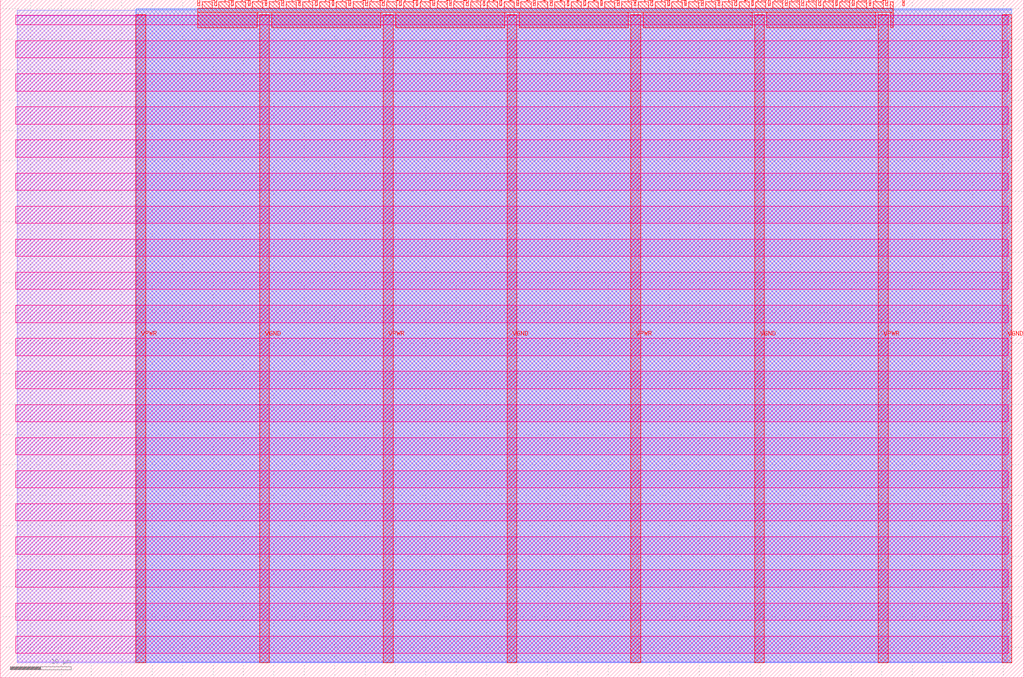
<source format=lef>
VERSION 5.7 ;
  NOWIREEXTENSIONATPIN ON ;
  DIVIDERCHAR "/" ;
  BUSBITCHARS "[]" ;
MACRO tt_um_wokwi_380477805171811329_dup
  CLASS BLOCK ;
  FOREIGN tt_um_wokwi_380477805171811329_dup ;
  ORIGIN 0.000 0.000 ;
  SIZE 168.360 BY 111.520 ;
  PIN VGND
    DIRECTION INOUT ;
    USE GROUND ;
    PORT
      LAYER met4 ;
        RECT 42.670 2.480 44.270 109.040 ;
    END
    PORT
      LAYER met4 ;
        RECT 83.380 2.480 84.980 109.040 ;
    END
    PORT
      LAYER met4 ;
        RECT 124.090 2.480 125.690 109.040 ;
    END
    PORT
      LAYER met4 ;
        RECT 164.800 2.480 166.400 109.040 ;
    END
  END VGND
  PIN VPWR
    DIRECTION INOUT ;
    USE POWER ;
    PORT
      LAYER met4 ;
        RECT 22.315 2.480 23.915 109.040 ;
    END
    PORT
      LAYER met4 ;
        RECT 63.025 2.480 64.625 109.040 ;
    END
    PORT
      LAYER met4 ;
        RECT 103.735 2.480 105.335 109.040 ;
    END
    PORT
      LAYER met4 ;
        RECT 144.445 2.480 146.045 109.040 ;
    END
  END VPWR
  PIN clk
    DIRECTION INPUT ;
    USE SIGNAL ;
    ANTENNAGATEAREA 0.852000 ;
    PORT
      LAYER met4 ;
        RECT 145.670 110.520 145.970 111.520 ;
    END
  END clk
  PIN ena
    DIRECTION INPUT ;
    USE SIGNAL ;
    PORT
      LAYER met4 ;
        RECT 148.430 110.520 148.730 111.520 ;
    END
  END ena
  PIN rst_n
    DIRECTION INPUT ;
    USE SIGNAL ;
    PORT
      LAYER met4 ;
        RECT 142.910 110.520 143.210 111.520 ;
    END
  END rst_n
  PIN ui_in[0]
    DIRECTION INPUT ;
    USE SIGNAL ;
    ANTENNAGATEAREA 0.196500 ;
    PORT
      LAYER met4 ;
        RECT 140.150 110.520 140.450 111.520 ;
    END
  END ui_in[0]
  PIN ui_in[1]
    DIRECTION INPUT ;
    USE SIGNAL ;
    ANTENNAGATEAREA 0.196500 ;
    PORT
      LAYER met4 ;
        RECT 137.390 110.520 137.690 111.520 ;
    END
  END ui_in[1]
  PIN ui_in[2]
    DIRECTION INPUT ;
    USE SIGNAL ;
    PORT
      LAYER met4 ;
        RECT 134.630 110.520 134.930 111.520 ;
    END
  END ui_in[2]
  PIN ui_in[3]
    DIRECTION INPUT ;
    USE SIGNAL ;
    ANTENNAGATEAREA 0.196500 ;
    PORT
      LAYER met4 ;
        RECT 131.870 110.520 132.170 111.520 ;
    END
  END ui_in[3]
  PIN ui_in[4]
    DIRECTION INPUT ;
    USE SIGNAL ;
    ANTENNAGATEAREA 0.196500 ;
    PORT
      LAYER met4 ;
        RECT 129.110 110.520 129.410 111.520 ;
    END
  END ui_in[4]
  PIN ui_in[5]
    DIRECTION INPUT ;
    USE SIGNAL ;
    ANTENNAGATEAREA 0.196500 ;
    PORT
      LAYER met4 ;
        RECT 126.350 110.520 126.650 111.520 ;
    END
  END ui_in[5]
  PIN ui_in[6]
    DIRECTION INPUT ;
    USE SIGNAL ;
    ANTENNAGATEAREA 0.196500 ;
    PORT
      LAYER met4 ;
        RECT 123.590 110.520 123.890 111.520 ;
    END
  END ui_in[6]
  PIN ui_in[7]
    DIRECTION INPUT ;
    USE SIGNAL ;
    ANTENNAGATEAREA 0.196500 ;
    PORT
      LAYER met4 ;
        RECT 120.830 110.520 121.130 111.520 ;
    END
  END ui_in[7]
  PIN uio_in[0]
    DIRECTION INPUT ;
    USE SIGNAL ;
    PORT
      LAYER met4 ;
        RECT 118.070 110.520 118.370 111.520 ;
    END
  END uio_in[0]
  PIN uio_in[1]
    DIRECTION INPUT ;
    USE SIGNAL ;
    PORT
      LAYER met4 ;
        RECT 115.310 110.520 115.610 111.520 ;
    END
  END uio_in[1]
  PIN uio_in[2]
    DIRECTION INPUT ;
    USE SIGNAL ;
    PORT
      LAYER met4 ;
        RECT 112.550 110.520 112.850 111.520 ;
    END
  END uio_in[2]
  PIN uio_in[3]
    DIRECTION INPUT ;
    USE SIGNAL ;
    PORT
      LAYER met4 ;
        RECT 109.790 110.520 110.090 111.520 ;
    END
  END uio_in[3]
  PIN uio_in[4]
    DIRECTION INPUT ;
    USE SIGNAL ;
    PORT
      LAYER met4 ;
        RECT 107.030 110.520 107.330 111.520 ;
    END
  END uio_in[4]
  PIN uio_in[5]
    DIRECTION INPUT ;
    USE SIGNAL ;
    PORT
      LAYER met4 ;
        RECT 104.270 110.520 104.570 111.520 ;
    END
  END uio_in[5]
  PIN uio_in[6]
    DIRECTION INPUT ;
    USE SIGNAL ;
    PORT
      LAYER met4 ;
        RECT 101.510 110.520 101.810 111.520 ;
    END
  END uio_in[6]
  PIN uio_in[7]
    DIRECTION INPUT ;
    USE SIGNAL ;
    PORT
      LAYER met4 ;
        RECT 98.750 110.520 99.050 111.520 ;
    END
  END uio_in[7]
  PIN uio_oe[0]
    DIRECTION OUTPUT TRISTATE ;
    USE SIGNAL ;
    PORT
      LAYER met4 ;
        RECT 51.830 110.520 52.130 111.520 ;
    END
  END uio_oe[0]
  PIN uio_oe[1]
    DIRECTION OUTPUT TRISTATE ;
    USE SIGNAL ;
    PORT
      LAYER met4 ;
        RECT 49.070 110.520 49.370 111.520 ;
    END
  END uio_oe[1]
  PIN uio_oe[2]
    DIRECTION OUTPUT TRISTATE ;
    USE SIGNAL ;
    PORT
      LAYER met4 ;
        RECT 46.310 110.520 46.610 111.520 ;
    END
  END uio_oe[2]
  PIN uio_oe[3]
    DIRECTION OUTPUT TRISTATE ;
    USE SIGNAL ;
    PORT
      LAYER met4 ;
        RECT 43.550 110.520 43.850 111.520 ;
    END
  END uio_oe[3]
  PIN uio_oe[4]
    DIRECTION OUTPUT TRISTATE ;
    USE SIGNAL ;
    PORT
      LAYER met4 ;
        RECT 40.790 110.520 41.090 111.520 ;
    END
  END uio_oe[4]
  PIN uio_oe[5]
    DIRECTION OUTPUT TRISTATE ;
    USE SIGNAL ;
    PORT
      LAYER met4 ;
        RECT 38.030 110.520 38.330 111.520 ;
    END
  END uio_oe[5]
  PIN uio_oe[6]
    DIRECTION OUTPUT TRISTATE ;
    USE SIGNAL ;
    PORT
      LAYER met4 ;
        RECT 35.270 110.520 35.570 111.520 ;
    END
  END uio_oe[6]
  PIN uio_oe[7]
    DIRECTION OUTPUT TRISTATE ;
    USE SIGNAL ;
    PORT
      LAYER met4 ;
        RECT 32.510 110.520 32.810 111.520 ;
    END
  END uio_oe[7]
  PIN uio_out[0]
    DIRECTION OUTPUT TRISTATE ;
    USE SIGNAL ;
    PORT
      LAYER met4 ;
        RECT 73.910 110.520 74.210 111.520 ;
    END
  END uio_out[0]
  PIN uio_out[1]
    DIRECTION OUTPUT TRISTATE ;
    USE SIGNAL ;
    PORT
      LAYER met4 ;
        RECT 71.150 110.520 71.450 111.520 ;
    END
  END uio_out[1]
  PIN uio_out[2]
    DIRECTION OUTPUT TRISTATE ;
    USE SIGNAL ;
    PORT
      LAYER met4 ;
        RECT 68.390 110.520 68.690 111.520 ;
    END
  END uio_out[2]
  PIN uio_out[3]
    DIRECTION OUTPUT TRISTATE ;
    USE SIGNAL ;
    PORT
      LAYER met4 ;
        RECT 65.630 110.520 65.930 111.520 ;
    END
  END uio_out[3]
  PIN uio_out[4]
    DIRECTION OUTPUT TRISTATE ;
    USE SIGNAL ;
    PORT
      LAYER met4 ;
        RECT 62.870 110.520 63.170 111.520 ;
    END
  END uio_out[4]
  PIN uio_out[5]
    DIRECTION OUTPUT TRISTATE ;
    USE SIGNAL ;
    PORT
      LAYER met4 ;
        RECT 60.110 110.520 60.410 111.520 ;
    END
  END uio_out[5]
  PIN uio_out[6]
    DIRECTION OUTPUT TRISTATE ;
    USE SIGNAL ;
    PORT
      LAYER met4 ;
        RECT 57.350 110.520 57.650 111.520 ;
    END
  END uio_out[6]
  PIN uio_out[7]
    DIRECTION OUTPUT TRISTATE ;
    USE SIGNAL ;
    PORT
      LAYER met4 ;
        RECT 54.590 110.520 54.890 111.520 ;
    END
  END uio_out[7]
  PIN uo_out[0]
    DIRECTION OUTPUT TRISTATE ;
    USE SIGNAL ;
    PORT
      LAYER met4 ;
        RECT 95.990 110.520 96.290 111.520 ;
    END
  END uo_out[0]
  PIN uo_out[1]
    DIRECTION OUTPUT TRISTATE ;
    USE SIGNAL ;
    ANTENNADIFFAREA 0.445500 ;
    PORT
      LAYER met4 ;
        RECT 93.230 110.520 93.530 111.520 ;
    END
  END uo_out[1]
  PIN uo_out[2]
    DIRECTION OUTPUT TRISTATE ;
    USE SIGNAL ;
    ANTENNADIFFAREA 0.795200 ;
    PORT
      LAYER met4 ;
        RECT 90.470 110.520 90.770 111.520 ;
    END
  END uo_out[2]
  PIN uo_out[3]
    DIRECTION OUTPUT TRISTATE ;
    USE SIGNAL ;
    ANTENNADIFFAREA 0.795200 ;
    PORT
      LAYER met4 ;
        RECT 87.710 110.520 88.010 111.520 ;
    END
  END uo_out[3]
  PIN uo_out[4]
    DIRECTION OUTPUT TRISTATE ;
    USE SIGNAL ;
    ANTENNADIFFAREA 0.445500 ;
    PORT
      LAYER met4 ;
        RECT 84.950 110.520 85.250 111.520 ;
    END
  END uo_out[4]
  PIN uo_out[5]
    DIRECTION OUTPUT TRISTATE ;
    USE SIGNAL ;
    PORT
      LAYER met4 ;
        RECT 82.190 110.520 82.490 111.520 ;
    END
  END uo_out[5]
  PIN uo_out[6]
    DIRECTION OUTPUT TRISTATE ;
    USE SIGNAL ;
    PORT
      LAYER met4 ;
        RECT 79.430 110.520 79.730 111.520 ;
    END
  END uo_out[6]
  PIN uo_out[7]
    DIRECTION OUTPUT TRISTATE ;
    USE SIGNAL ;
    PORT
      LAYER met4 ;
        RECT 76.670 110.520 76.970 111.520 ;
    END
  END uo_out[7]
  OBS
      LAYER nwell ;
        RECT 2.570 107.385 165.790 108.990 ;
        RECT 2.570 101.945 165.790 104.775 ;
        RECT 2.570 96.505 165.790 99.335 ;
        RECT 2.570 91.065 165.790 93.895 ;
        RECT 2.570 85.625 165.790 88.455 ;
        RECT 2.570 80.185 165.790 83.015 ;
        RECT 2.570 74.745 165.790 77.575 ;
        RECT 2.570 69.305 165.790 72.135 ;
        RECT 2.570 63.865 165.790 66.695 ;
        RECT 2.570 58.425 165.790 61.255 ;
        RECT 2.570 52.985 165.790 55.815 ;
        RECT 2.570 47.545 165.790 50.375 ;
        RECT 2.570 42.105 165.790 44.935 ;
        RECT 2.570 36.665 165.790 39.495 ;
        RECT 2.570 31.225 165.790 34.055 ;
        RECT 2.570 25.785 165.790 28.615 ;
        RECT 2.570 20.345 165.790 23.175 ;
        RECT 2.570 14.905 165.790 17.735 ;
        RECT 2.570 9.465 165.790 12.295 ;
        RECT 2.570 4.025 165.790 6.855 ;
      LAYER li1 ;
        RECT 2.760 2.635 165.600 108.885 ;
      LAYER met1 ;
        RECT 2.760 2.480 166.400 109.780 ;
      LAYER met2 ;
        RECT 22.345 2.535 166.370 110.005 ;
      LAYER met3 ;
        RECT 22.325 2.555 166.390 109.985 ;
      LAYER met4 ;
        RECT 33.210 110.120 34.870 111.170 ;
        RECT 35.970 110.120 37.630 111.170 ;
        RECT 38.730 110.120 40.390 111.170 ;
        RECT 41.490 110.120 43.150 111.170 ;
        RECT 44.250 110.120 45.910 111.170 ;
        RECT 47.010 110.120 48.670 111.170 ;
        RECT 49.770 110.120 51.430 111.170 ;
        RECT 52.530 110.120 54.190 111.170 ;
        RECT 55.290 110.120 56.950 111.170 ;
        RECT 58.050 110.120 59.710 111.170 ;
        RECT 60.810 110.120 62.470 111.170 ;
        RECT 63.570 110.120 65.230 111.170 ;
        RECT 66.330 110.120 67.990 111.170 ;
        RECT 69.090 110.120 70.750 111.170 ;
        RECT 71.850 110.120 73.510 111.170 ;
        RECT 74.610 110.120 76.270 111.170 ;
        RECT 77.370 110.120 79.030 111.170 ;
        RECT 80.130 110.120 81.790 111.170 ;
        RECT 82.890 110.120 84.550 111.170 ;
        RECT 85.650 110.120 87.310 111.170 ;
        RECT 88.410 110.120 90.070 111.170 ;
        RECT 91.170 110.120 92.830 111.170 ;
        RECT 93.930 110.120 95.590 111.170 ;
        RECT 96.690 110.120 98.350 111.170 ;
        RECT 99.450 110.120 101.110 111.170 ;
        RECT 102.210 110.120 103.870 111.170 ;
        RECT 104.970 110.120 106.630 111.170 ;
        RECT 107.730 110.120 109.390 111.170 ;
        RECT 110.490 110.120 112.150 111.170 ;
        RECT 113.250 110.120 114.910 111.170 ;
        RECT 116.010 110.120 117.670 111.170 ;
        RECT 118.770 110.120 120.430 111.170 ;
        RECT 121.530 110.120 123.190 111.170 ;
        RECT 124.290 110.120 125.950 111.170 ;
        RECT 127.050 110.120 128.710 111.170 ;
        RECT 129.810 110.120 131.470 111.170 ;
        RECT 132.570 110.120 134.230 111.170 ;
        RECT 135.330 110.120 136.990 111.170 ;
        RECT 138.090 110.120 139.750 111.170 ;
        RECT 140.850 110.120 142.510 111.170 ;
        RECT 143.610 110.120 145.270 111.170 ;
        RECT 146.370 110.120 146.905 111.170 ;
        RECT 32.495 109.440 146.905 110.120 ;
        RECT 32.495 106.935 42.270 109.440 ;
        RECT 44.670 106.935 62.625 109.440 ;
        RECT 65.025 106.935 82.980 109.440 ;
        RECT 85.380 106.935 103.335 109.440 ;
        RECT 105.735 106.935 123.690 109.440 ;
        RECT 126.090 106.935 144.045 109.440 ;
        RECT 146.445 106.935 146.905 109.440 ;
  END
END tt_um_wokwi_380477805171811329_dup
END LIBRARY


</source>
